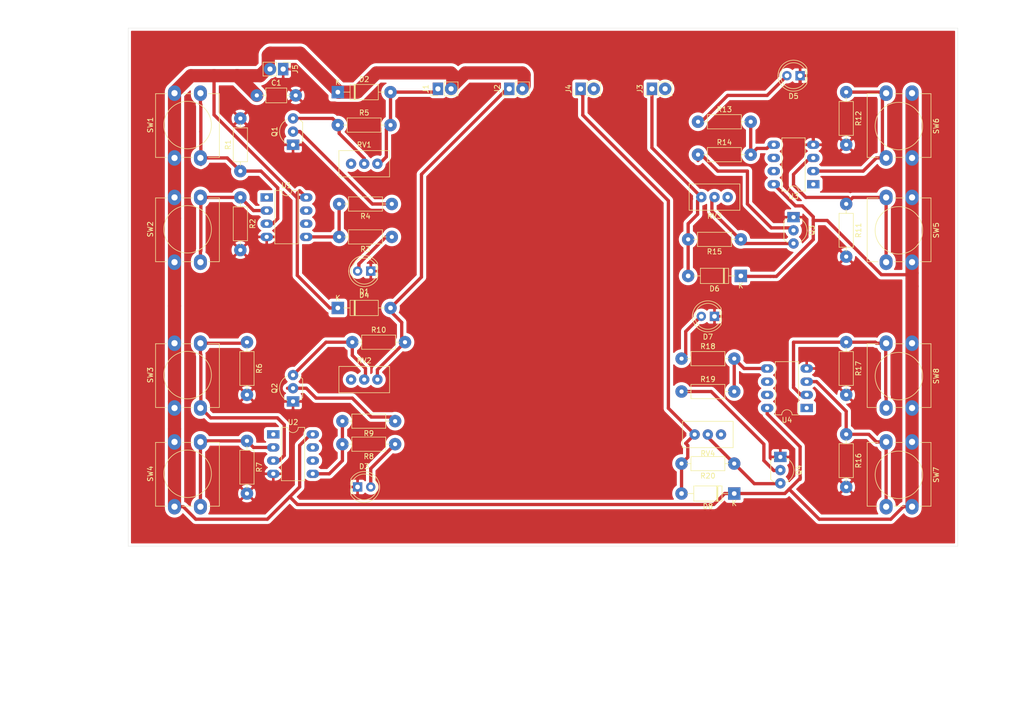
<source format=kicad_pcb>
(kicad_pcb (version 20171130) (host pcbnew "(5.1.4)-1")
  (layers (0 F.Cu signal) (31 B.Cu signal) (34 B.Paste user) (35 F.Paste user) (36 B.SilkS user) (37 F.SilkS user) (38 B.Mask user) (39 F.Mask user) (44 Edge.Cuts user))
  (net 0 "")
  (net 1 GND)
  (net 2 +5V)
  (net 3 "Net-(D1-Pad2)")
  (net 4 "Net-(D2-Pad2)")
  (net 5 "Net-(D3-Pad2)")
  (net 6 "Net-(D4-Pad2)")
  (net 7 "Net-(D5-Pad2)")
  (net 8 "Net-(D6-Pad2)")
  (net 9 "Net-(D7-Pad2)")
  (net 10 "Net-(D8-Pad2)")
  (net 11 "Net-(Q1-Pad3)")
  (net 12 "Net-(Q1-Pad2)")
  (net 13 "Net-(Q2-Pad3)")
  (net 14 "Net-(Q2-Pad2)")
  (net 15 "Net-(Q3-Pad3)")
  (net 16 "Net-(Q3-Pad2)")
  (net 17 "Net-(Q4-Pad3)")
  (net 18 "Net-(Q4-Pad2)")
  (net 19 "Net-(R1-Pad1)")
  (net 20 "Net-(R2-Pad1)")
  (net 21 "Net-(R11-Pad1)")
  (net 22 "Net-(R12-Pad1)")
  (net 23 "Net-(R16-Pad1)")
  (net 24 "Net-(RV1-Pad3)")
  (net 25 "Net-(RV2-Pad3)")
  (net 26 "Net-(RV3-Pad3)")
  (net 27 "Net-(RV4-Pad3)")
  (net 28 "Net-(U1-Pad7)")
  (net 29 "Net-(U1-Pad6)")
  (net 30 "Net-(U1-Pad1)")
  (net 31 "Net-(U2-Pad7)")
  (net 32 "Net-(U2-Pad6)")
  (net 33 "Net-(U2-Pad1)")
  (net 34 "Net-(U3-Pad7)")
  (net 35 "Net-(U3-Pad6)")
  (net 36 "Net-(U3-Pad1)")
  (net 37 "Net-(U4-Pad7)")
  (net 38 "Net-(U4-Pad6)")
  (net 39 "Net-(U4-Pad1)")
  (net 40 "Net-(R3-Pad2)")
  (net 41 "Net-(R6-Pad1)")
  (net 42 "Net-(R7-Pad1)")
  (net 43 "Net-(R8-Pad2)")
  (net 44 "Net-(R13-Pad2)")
  (net 45 "Net-(R17-Pad1)")
  (net 46 "Net-(R18-Pad2)")
  (module william_custom:PinHeader_1x02_P2.54mm_Vertical_BIG (layer F.Cu) (at 122.555 45.085 270)
    (fp_text reference J5 (at 0 -2.33 270) (layer F.SilkS))
    (fp_text value Conn_01x02_Male)
    (pad 1 thru_hole rect (at 0 0 270) (size 2.4 2) (drill 1) (layers *.Cu *.Mask) (net 1 GND))
    (pad 2 thru_hole oval (at 0 2.54 270) (size 2.4 2.4) (drill 1) (layers *.Cu *.Mask) (net 2 +5V))
  )
  (module william_custom:PinHeader_1x02_P2.54mm_Vertical_BIG (layer F.Cu) (at 179.916666 48.895 90)
    (fp_text reference J4 (at 0 -2.33 -90) (layer F.SilkS))
    (fp_text value "motor4 out")
    (pad 1 thru_hole rect (at 0 0 90) (size 2.4 2) (drill 1) (layers *.Cu *.Mask) (net 10 "Net-(D8-Pad2)"))
    (pad 2 thru_hole oval (at 0 2.54 90) (size 2.4 2.4) (drill 1) (layers *.Cu *.Mask) (net 2 +5V))
  )
  (module william_custom:PinHeader_1x02_P2.54mm_Vertical_BIG (layer F.Cu) (at 193.675 48.895 90)
    (fp_text reference J3 (at 0 -2.33 -90) (layer F.SilkS))
    (fp_text value "motor3 out")
    (pad 1 thru_hole rect (at 0 0 90) (size 2.4 2) (drill 1) (layers *.Cu *.Mask) (net 8 "Net-(D6-Pad2)"))
    (pad 2 thru_hole oval (at 0 2.54 90) (size 2.4 2.4) (drill 1) (layers *.Cu *.Mask) (net 2 +5V))
  )
  (module william_custom:PinHeader_1x02_P2.54mm_Vertical_BIG (layer F.Cu) (at 166.158333 48.895 90)
    (fp_text reference J2 (at 0 -2.33 -90) (layer F.SilkS))
    (fp_text value "motor2 out")
    (pad 1 thru_hole rect (at 0 0 90) (size 2.4 2) (drill 1) (layers *.Cu *.Mask) (net 6 "Net-(D4-Pad2)"))
    (pad 2 thru_hole oval (at 0 2.54 90) (size 2.4 2.4) (drill 1) (layers *.Cu *.Mask) (net 2 +5V))
  )
  (module william_custom:PinHeader_1x02_P2.54mm_Vertical_BIG (layer F.Cu) (at 152.4 48.895 90)
    (fp_text reference J1 (at 0 -2.33 -90) (layer F.SilkS))
    (fp_text value "motor1 out")
    (pad 1 thru_hole rect (at 0 0 90) (size 2.4 2) (drill 1) (layers *.Cu *.Mask) (net 4 "Net-(D2-Pad2)"))
    (pad 2 thru_hole oval (at 0 2.54 90) (size 2.4 2.4) (drill 1) (layers *.Cu *.Mask) (net 2 +5V))
  )
  (module william_custom:TO-92_Inline_Wide_BIG (layer F.Cu) (at 218.44 119.938802 270)
    (fp_text reference Q4 (at 2.54 -3.56 90) (layer F.SilkS))
    (fp_text value 2N3904)
    (pad 2 thru_hole circle (at 2.54 0) (size 2 2) (drill 0.8) (layers *.Cu *.Mask) (net 18 "Net-(Q4-Pad2)"))
    (pad 3 thru_hole circle (at 5.08 0) (size 2 2) (drill 0.8) (layers *.Cu *.Mask) (net 17 "Net-(Q4-Pad3)"))
    (pad 1 thru_hole rect (at 0 0) (size 2.4 2) (drill 0.8) (layers *.Cu *.Mask) (net 1 GND))
  )
  (module william_custom:TO-92_Inline_Wide_BIG (layer F.Cu) (at 220.980001 73.66 270)
    (fp_text reference Q3 (at 2.54 -3.56 90) (layer F.SilkS))
    (fp_text value 2N3904)
    (pad 2 thru_hole circle (at 2.54 0) (size 2 2) (drill 0.8) (layers *.Cu *.Mask) (net 16 "Net-(Q3-Pad2)"))
    (pad 3 thru_hole circle (at 5.08 0) (size 2 2) (drill 0.8) (layers *.Cu *.Mask) (net 15 "Net-(Q3-Pad3)"))
    (pad 1 thru_hole rect (at 0 0) (size 2.4 2) (drill 0.8) (layers *.Cu *.Mask) (net 1 GND))
  )
  (module william_custom:TO-92_Inline_Wide_BIG (layer F.Cu) (at 124.46 109.22 90)
    (fp_text reference Q2 (at 2.54 -3.56 90) (layer F.SilkS))
    (fp_text value 2N3904)
    (pad 2 thru_hole circle (at 2.54 0 180) (size 2 2) (drill 0.8) (layers *.Cu *.Mask) (net 14 "Net-(Q2-Pad2)"))
    (pad 3 thru_hole circle (at 5.08 0 180) (size 2 2) (drill 0.8) (layers *.Cu *.Mask) (net 13 "Net-(Q2-Pad3)"))
    (pad 1 thru_hole rect (at 0 0 180) (size 2.4 2) (drill 0.8) (layers *.Cu *.Mask) (net 1 GND))
  )
  (module william_custom:TO-92_Inline_Wide_BIG (layer F.Cu) (at 124.46 59.69 90)
    (fp_text reference Q1 (at 2.54 -3.56 90) (layer F.SilkS))
    (fp_text value 2N3904)
    (pad 2 thru_hole circle (at 2.54 0 180) (size 2 2) (drill 0.8) (layers *.Cu *.Mask) (net 12 "Net-(Q1-Pad2)"))
    (pad 3 thru_hole circle (at 5.08 0 180) (size 2 2) (drill 0.8) (layers *.Cu *.Mask) (net 11 "Net-(Q1-Pad3)"))
    (pad 1 thru_hole rect (at 0 0 180) (size 2.4 2) (drill 0.8) (layers *.Cu *.Mask) (net 1 GND))
  )
  (module william_custom:D_A-405_P10.16mm_Horizontal_BIG (layer F.Cu) (at 209.545 127 180)
    (fp_text reference D8 (at 5.08 -2.47) (layer F.SilkS))
    (fp_text value 1n4841)
    (fp_text user K (at 0 -1.9) (layer F.SilkS))
    (pad 1 thru_hole rect (at 0 0 180) (size 2.4 2.4) (drill 0.9) (layers *.Cu *.Mask) (net 2 +5V))
    (pad 2 thru_hole oval (at 10.16 0 180) (size 2.4 2.4) (drill 0.9) (layers *.Cu *.Mask) (net 10 "Net-(D8-Pad2)"))
  )
  (module LED_THT:LED_D5.0mm (layer F.Cu) (at 205.74 92.80091 180)
    (fp_text reference D7 (at 1.27 -3.96) (layer F.SilkS))
    (fp_text value LED)
    (pad 2 thru_hole circle (at 2.54 0 180) (size 1.8 1.8) (drill 0.9) (layers *.Cu *.Mask) (net 9 "Net-(D7-Pad2)"))
    (pad 1 thru_hole rect (at 0 0 180) (size 1.8 1.8) (drill 0.9) (layers *.Cu *.Mask) (net 1 GND))
  )
  (module william_custom:D_A-405_P10.16mm_Horizontal_BIG (layer F.Cu) (at 210.82 84.999092 180)
    (fp_text reference D6 (at 5.08 -2.47) (layer F.SilkS))
    (fp_text value 1n4841)
    (fp_text user K (at 0 -1.9) (layer F.SilkS))
    (pad 1 thru_hole rect (at 0 0 180) (size 2.4 2.4) (drill 0.9) (layers *.Cu *.Mask) (net 2 +5V))
    (pad 2 thru_hole oval (at 10.16 0 180) (size 2.4 2.4) (drill 0.9) (layers *.Cu *.Mask) (net 8 "Net-(D6-Pad2)"))
  )
  (module LED_THT:LED_D5.0mm (layer F.Cu) (at 222.25 46.355002 180)
    (fp_text reference D5 (at 1.27 -3.96) (layer F.SilkS))
    (fp_text value LED)
    (pad 2 thru_hole circle (at 2.54 0 180) (size 1.8 1.8) (drill 0.9) (layers *.Cu *.Mask) (net 7 "Net-(D5-Pad2)"))
    (pad 1 thru_hole rect (at 0 0 180) (size 1.8 1.8) (drill 0.9) (layers *.Cu *.Mask) (net 1 GND))
  )
  (module william_custom:D_A-405_P10.16mm_Horizontal_BIG (layer F.Cu) (at 133.1 91.18454)
    (fp_text reference D4 (at 5.08 -2.47) (layer F.SilkS))
    (fp_text value 1n4841)
    (fp_text user K (at 0 -1.9) (layer F.SilkS))
    (pad 1 thru_hole rect (at 0 0) (size 2.4 2.4) (drill 0.9) (layers *.Cu *.Mask) (net 2 +5V))
    (pad 2 thru_hole oval (at 10.16 0) (size 2.4 2.4) (drill 0.9) (layers *.Cu *.Mask) (net 6 "Net-(D4-Pad2)"))
  )
  (module LED_THT:LED_D5.0mm (layer F.Cu) (at 136.905 125.73)
    (fp_text reference D3 (at 1.27 -3.96) (layer F.SilkS))
    (fp_text value LED)
    (pad 2 thru_hole circle (at 2.54 0) (size 1.8 1.8) (drill 0.9) (layers *.Cu *.Mask) (net 5 "Net-(D3-Pad2)"))
    (pad 1 thru_hole rect (at 0 0) (size 1.8 1.8) (drill 0.9) (layers *.Cu *.Mask) (net 1 GND))
  )
  (module william_custom:D_A-405_P10.16mm_Horizontal_BIG (layer F.Cu) (at 133.1 49.53)
    (fp_text reference D2 (at 5.08 -2.47) (layer F.SilkS))
    (fp_text value 1n4841)
    (fp_text user K (at 0 -1.9) (layer F.SilkS))
    (pad 1 thru_hole rect (at 0 0) (size 2.4 2.4) (drill 0.9) (layers *.Cu *.Mask) (net 2 +5V))
    (pad 2 thru_hole oval (at 10.16 0) (size 2.4 2.4) (drill 0.9) (layers *.Cu *.Mask) (net 4 "Net-(D2-Pad2)"))
  )
  (module LED_THT:LED_D5.0mm (layer F.Cu) (at 139.455 84.07545 180)
    (fp_text reference D1 (at 1.27 -3.96) (layer F.SilkS))
    (fp_text value LED)
    (pad 2 thru_hole circle (at 2.54 0 180) (size 1.8 1.8) (drill 0.9) (layers *.Cu *.Mask) (net 3 "Net-(D1-Pad2)"))
    (pad 1 thru_hole rect (at 0 0 180) (size 1.8 1.8) (drill 0.9) (layers *.Cu *.Mask) (net 1 GND))
  )
  (module william_custom:C_Axial_L3.8mm_D2.6mm_P7.50mm_Horizontal_BIG (layer F.Cu) (at 117.475 50.165)
    (fp_text reference C1 (at 3.75 -2.42) (layer F.SilkS))
    (fp_text value 470u)
    (pad 1 thru_hole circle (at 0 0) (size 2.4 2.4) (drill 0.8) (layers *.Cu *.Mask) (net 2 +5V))
    (pad 2 thru_hole circle (at 7.5 0) (size 2.4 2.4) (drill 0.8) (layers *.Cu *.Mask) (net 1 GND))
  )
  (module william_custom:Potentiometer_Bourns_3296W_Vertical_BIG (layer F.Cu) (at 201.915 115.606364 180)
    (fp_text reference RV4 (at -2.54 -3.66 180) (layer F.SilkS))
    (fp_text value 1k)
    (pad 1 thru_hole circle (at 0 0 180) (size 2 2) (drill 0.8) (layers *.Cu *.Mask) (net 10 "Net-(D8-Pad2)"))
    (pad 2 thru_hole circle (at -2.54 0 180) (size 2 2) (drill 0.8) (layers *.Cu *.Mask) (net 17 "Net-(Q4-Pad3)"))
    (pad 3 thru_hole circle (at -5.08 0 180) (size 2 2) (drill 0.8) (layers *.Cu *.Mask) (net 27 "Net-(RV4-Pad3)"))
  )
  (module william_custom:Potentiometer_Bourns_3296W_Vertical_BIG (layer F.Cu) (at 203.199999 69.795456 180)
    (fp_text reference RV3 (at -2.54 -3.66 180) (layer F.SilkS))
    (fp_text value 1k)
    (pad 1 thru_hole circle (at 0 0 180) (size 2 2) (drill 0.8) (layers *.Cu *.Mask) (net 8 "Net-(D6-Pad2)"))
    (pad 2 thru_hole circle (at -2.54 0 180) (size 2 2) (drill 0.8) (layers *.Cu *.Mask) (net 15 "Net-(Q3-Pad3)"))
    (pad 3 thru_hole circle (at -5.08 0 180) (size 2 2) (drill 0.8) (layers *.Cu *.Mask) (net 26 "Net-(RV3-Pad3)"))
  )
  (module william_custom:Potentiometer_Bourns_3296W_Vertical_BIG (layer F.Cu) (at 140.73 105.00272)
    (fp_text reference RV2 (at -2.54 -3.66 -180) (layer F.SilkS))
    (fp_text value 1k)
    (pad 1 thru_hole circle (at 0 0) (size 2 2) (drill 0.8) (layers *.Cu *.Mask) (net 6 "Net-(D4-Pad2)"))
    (pad 2 thru_hole circle (at -2.54 0) (size 2 2) (drill 0.8) (layers *.Cu *.Mask) (net 13 "Net-(Q2-Pad3)"))
    (pad 3 thru_hole circle (at -5.08 0) (size 2 2) (drill 0.8) (layers *.Cu *.Mask) (net 25 "Net-(RV2-Pad3)"))
  )
  (module william_custom:Potentiometer_Bourns_3296W_Vertical_BIG (layer F.Cu) (at 140.73 63.34818)
    (fp_text reference RV1 (at -2.54 -3.66 -180) (layer F.SilkS))
    (fp_text value 1k)
    (pad 1 thru_hole circle (at 0 0) (size 2 2) (drill 0.8) (layers *.Cu *.Mask) (net 4 "Net-(D2-Pad2)"))
    (pad 2 thru_hole circle (at -2.54 0) (size 2 2) (drill 0.8) (layers *.Cu *.Mask) (net 11 "Net-(Q1-Pad3)"))
    (pad 3 thru_hole circle (at -5.08 0) (size 2 2) (drill 0.8) (layers *.Cu *.Mask) (net 24 "Net-(RV1-Pad3)"))
  )
  (module Package_DIP:DIP-8_W7.62mm_LongPads (layer F.Cu) (at 223.52 110.49 180)
    (fp_text reference U4 (at 3.81 -2.33) (layer F.SilkS))
    (fp_text value ATtiny85-20PU)
    (pad 8 thru_hole oval (at 7.62 0 180) (size 2.4 1.6) (drill 0.8) (layers *.Cu *.Mask) (net 2 +5V))
    (pad 4 thru_hole oval (at 0 7.62 180) (size 2.4 1.6) (drill 0.8) (layers *.Cu *.Mask) (net 1 GND))
    (pad 7 thru_hole oval (at 7.62 2.54 180) (size 2.4 1.6) (drill 0.8) (layers *.Cu *.Mask) (net 37 "Net-(U4-Pad7)"))
    (pad 3 thru_hole oval (at 0 5.08 180) (size 2.4 1.6) (drill 0.8) (layers *.Cu *.Mask) (net 23 "Net-(R16-Pad1)"))
    (pad 6 thru_hole oval (at 7.62 5.08 180) (size 2.4 1.6) (drill 0.8) (layers *.Cu *.Mask) (net 38 "Net-(U4-Pad6)"))
    (pad 2 thru_hole oval (at 0 2.54 180) (size 2.4 1.6) (drill 0.8) (layers *.Cu *.Mask) (net 45 "Net-(R17-Pad1)"))
    (pad 5 thru_hole oval (at 7.62 7.62 180) (size 2.4 1.6) (drill 0.8) (layers *.Cu *.Mask) (net 46 "Net-(R18-Pad2)"))
    (pad 1 thru_hole rect (at 0 0 180) (size 2.4 1.6) (drill 0.8) (layers *.Cu *.Mask) (net 39 "Net-(U4-Pad1)"))
  )
  (module Package_DIP:DIP-8_W7.62mm_LongPads (layer F.Cu) (at 224.789999 67.309999 180)
    (fp_text reference U3 (at 3.81 -2.33) (layer F.SilkS))
    (fp_text value ATtiny85-20PU)
    (pad 8 thru_hole oval (at 7.62 0 180) (size 2.4 1.6) (drill 0.8) (layers *.Cu *.Mask) (net 2 +5V))
    (pad 4 thru_hole oval (at 0 7.62 180) (size 2.4 1.6) (drill 0.8) (layers *.Cu *.Mask) (net 1 GND))
    (pad 7 thru_hole oval (at 7.62 2.54 180) (size 2.4 1.6) (drill 0.8) (layers *.Cu *.Mask) (net 34 "Net-(U3-Pad7)"))
    (pad 3 thru_hole oval (at 0 5.08 180) (size 2.4 1.6) (drill 0.8) (layers *.Cu *.Mask) (net 21 "Net-(R11-Pad1)"))
    (pad 6 thru_hole oval (at 7.62 5.08 180) (size 2.4 1.6) (drill 0.8) (layers *.Cu *.Mask) (net 35 "Net-(U3-Pad6)"))
    (pad 2 thru_hole oval (at 0 2.54 180) (size 2.4 1.6) (drill 0.8) (layers *.Cu *.Mask) (net 22 "Net-(R12-Pad1)"))
    (pad 5 thru_hole oval (at 7.62 7.62 180) (size 2.4 1.6) (drill 0.8) (layers *.Cu *.Mask) (net 44 "Net-(R13-Pad2)"))
    (pad 1 thru_hole rect (at 0 0 180) (size 2.4 1.6) (drill 0.8) (layers *.Cu *.Mask) (net 36 "Net-(U3-Pad1)"))
  )
  (module Package_DIP:DIP-8_W7.62mm_LongPads (layer F.Cu) (at 120.65 115.57)
    (fp_text reference U2 (at 3.81 -2.33) (layer F.SilkS))
    (fp_text value ATtiny85-20PU)
    (pad 8 thru_hole oval (at 7.62 0) (size 2.4 1.6) (drill 0.8) (layers *.Cu *.Mask) (net 2 +5V))
    (pad 4 thru_hole oval (at 0 7.62) (size 2.4 1.6) (drill 0.8) (layers *.Cu *.Mask) (net 1 GND))
    (pad 7 thru_hole oval (at 7.62 2.54) (size 2.4 1.6) (drill 0.8) (layers *.Cu *.Mask) (net 31 "Net-(U2-Pad7)"))
    (pad 3 thru_hole oval (at 0 5.08) (size 2.4 1.6) (drill 0.8) (layers *.Cu *.Mask) (net 41 "Net-(R6-Pad1)"))
    (pad 6 thru_hole oval (at 7.62 5.08) (size 2.4 1.6) (drill 0.8) (layers *.Cu *.Mask) (net 32 "Net-(U2-Pad6)"))
    (pad 2 thru_hole oval (at 0 2.54) (size 2.4 1.6) (drill 0.8) (layers *.Cu *.Mask) (net 42 "Net-(R7-Pad1)"))
    (pad 5 thru_hole oval (at 7.62 7.62) (size 2.4 1.6) (drill 0.8) (layers *.Cu *.Mask) (net 43 "Net-(R8-Pad2)"))
    (pad 1 thru_hole rect (at 0 0) (size 2.4 1.6) (drill 0.8) (layers *.Cu *.Mask) (net 33 "Net-(U2-Pad1)"))
  )
  (module Package_DIP:DIP-8_W7.62mm_LongPads (layer F.Cu) (at 119.38 69.85)
    (fp_text reference U1 (at 3.81 -2.33) (layer F.SilkS))
    (fp_text value ATtiny85-20PU)
    (pad 8 thru_hole oval (at 7.62 0) (size 2.4 1.6) (drill 0.8) (layers *.Cu *.Mask) (net 2 +5V))
    (pad 4 thru_hole oval (at 0 7.62) (size 2.4 1.6) (drill 0.8) (layers *.Cu *.Mask) (net 1 GND))
    (pad 7 thru_hole oval (at 7.62 2.54) (size 2.4 1.6) (drill 0.8) (layers *.Cu *.Mask) (net 28 "Net-(U1-Pad7)"))
    (pad 3 thru_hole oval (at 0 5.08) (size 2.4 1.6) (drill 0.8) (layers *.Cu *.Mask) (net 19 "Net-(R1-Pad1)"))
    (pad 6 thru_hole oval (at 7.62 5.08) (size 2.4 1.6) (drill 0.8) (layers *.Cu *.Mask) (net 29 "Net-(U1-Pad6)"))
    (pad 2 thru_hole oval (at 0 2.54) (size 2.4 1.6) (drill 0.8) (layers *.Cu *.Mask) (net 20 "Net-(R2-Pad1)"))
    (pad 5 thru_hole oval (at 7.62 7.62) (size 2.4 1.6) (drill 0.8) (layers *.Cu *.Mask) (net 40 "Net-(R3-Pad2)"))
    (pad 1 thru_hole rect (at 0 0) (size 2.4 1.6) (drill 0.8) (layers *.Cu *.Mask) (net 30 "Net-(U1-Pad1)"))
  )
  (module william_custom:R_Axial_DIN0207_L6.3mm_D2.5mm_P10.16mm_Horizontal_BIG (layer F.Cu) (at 209.544999 121.218182 180)
    (fp_text reference R20 (at 5.08 -2.37) (layer F.SilkS))
    (fp_text value 120)
    (pad 1 thru_hole circle (at 0 0 180) (size 2.4 2.4) (drill 0.8) (layers *.Cu *.Mask) (net 17 "Net-(Q4-Pad3)"))
    (pad 2 thru_hole circle (at 10.16 0 180) (size 2.4 2.4) (drill 0.8) (layers *.Cu *.Mask) (net 10 "Net-(D8-Pad2)"))
  )
  (module william_custom:R_Axial_DIN0207_L6.3mm_D2.5mm_P10.16mm_Horizontal_BIG (layer F.Cu) (at 199.39 107.315)
    (fp_text reference R19 (at 5.08 -2.37) (layer F.SilkS))
    (fp_text value 1k)
    (pad 1 thru_hole circle (at 0 0) (size 2.4 2.4) (drill 0.8) (layers *.Cu *.Mask) (net 18 "Net-(Q4-Pad2)"))
    (pad 2 thru_hole circle (at 10.16 0) (size 2.4 2.4) (drill 0.8) (layers *.Cu *.Mask) (net 46 "Net-(R18-Pad2)"))
  )
  (module william_custom:R_Axial_DIN0207_L6.3mm_D2.5mm_P10.16mm_Horizontal_BIG (layer F.Cu) (at 199.39 100.965)
    (fp_text reference R18 (at 5.08 -2.37) (layer F.SilkS))
    (fp_text value 1k)
    (pad 1 thru_hole circle (at 0 0) (size 2.4 2.4) (drill 0.8) (layers *.Cu *.Mask) (net 9 "Net-(D7-Pad2)"))
    (pad 2 thru_hole circle (at 10.16 0) (size 2.4 2.4) (drill 0.8) (layers *.Cu *.Mask) (net 46 "Net-(R18-Pad2)"))
  )
  (module william_custom:R_Axial_DIN0207_L6.3mm_D2.5mm_P10.16mm_Horizontal_BIG (layer F.Cu) (at 231.14 97.789998 270)
    (fp_text reference R17 (at 5.08 -2.37 90) (layer F.SilkS))
    (fp_text value 10k)
    (pad 1 thru_hole circle (at 0 0 270) (size 2.4 2.4) (drill 0.8) (layers *.Cu *.Mask) (net 45 "Net-(R17-Pad1)"))
    (pad 2 thru_hole circle (at 10.16 0 270) (size 2.4 2.4) (drill 0.8) (layers *.Cu *.Mask) (net 1 GND))
  )
  (module william_custom:R_Axial_DIN0207_L6.3mm_D2.5mm_P10.16mm_Horizontal_BIG (layer F.Cu) (at 231.14 115.569999 270)
    (fp_text reference R16 (at 5.08 -2.37 90) (layer F.SilkS))
    (fp_text value 10k)
    (pad 1 thru_hole circle (at 0 0 270) (size 2.4 2.4) (drill 0.8) (layers *.Cu *.Mask) (net 23 "Net-(R16-Pad1)"))
    (pad 2 thru_hole circle (at 10.16 0 270) (size 2.4 2.4) (drill 0.8) (layers *.Cu *.Mask) (net 1 GND))
  )
  (module william_custom:R_Axial_DIN0207_L6.3mm_D2.5mm_P10.16mm_Horizontal_BIG (layer F.Cu) (at 210.82 77.947274 180)
    (fp_text reference R15 (at 5.08 -2.37) (layer F.SilkS))
    (fp_text value 120)
    (pad 1 thru_hole circle (at 0 0 180) (size 2.4 2.4) (drill 0.8) (layers *.Cu *.Mask) (net 15 "Net-(Q3-Pad3)"))
    (pad 2 thru_hole circle (at 10.16 0 180) (size 2.4 2.4) (drill 0.8) (layers *.Cu *.Mask) (net 8 "Net-(D6-Pad2)"))
  )
  (module william_custom:R_Axial_DIN0207_L6.3mm_D2.5mm_P10.16mm_Horizontal_BIG (layer F.Cu) (at 202.565 61.595)
    (fp_text reference R14 (at 5.08 -2.37) (layer F.SilkS))
    (fp_text value 1k)
    (pad 1 thru_hole circle (at 0 0) (size 2.4 2.4) (drill 0.8) (layers *.Cu *.Mask) (net 16 "Net-(Q3-Pad2)"))
    (pad 2 thru_hole circle (at 10.16 0) (size 2.4 2.4) (drill 0.8) (layers *.Cu *.Mask) (net 44 "Net-(R13-Pad2)"))
  )
  (module william_custom:R_Axial_DIN0207_L6.3mm_D2.5mm_P10.16mm_Horizontal_BIG (layer F.Cu) (at 202.565 55.245)
    (fp_text reference R13 (at 5.08 -2.37) (layer F.SilkS))
    (fp_text value 1k)
    (pad 1 thru_hole circle (at 0 0) (size 2.4 2.4) (drill 0.8) (layers *.Cu *.Mask) (net 7 "Net-(D5-Pad2)"))
    (pad 2 thru_hole circle (at 10.16 0) (size 2.4 2.4) (drill 0.8) (layers *.Cu *.Mask) (net 44 "Net-(R13-Pad2)"))
  )
  (module william_custom:R_Axial_DIN0207_L6.3mm_D2.5mm_P10.16mm_Horizontal_BIG (layer F.Cu) (at 231.14 49.53 270)
    (fp_text reference R12 (at 5.08 -2.37 90) (layer F.SilkS))
    (fp_text value 10k)
    (pad 1 thru_hole circle (at 0 0 270) (size 2.4 2.4) (drill 0.8) (layers *.Cu *.Mask) (net 22 "Net-(R12-Pad1)"))
    (pad 2 thru_hole circle (at 10.16 0 270) (size 2.4 2.4) (drill 0.8) (layers *.Cu *.Mask) (net 1 GND))
  )
  (module william_custom:R_Axial_DIN0207_L6.3mm_D2.5mm_P10.16mm_Horizontal_BIG (layer F.Cu) (at 231.14 71.12 270)
    (fp_text reference R11 (at 5.08 -2.37 90) (layer F.SilkS))
    (fp_text value 10k)
    (pad 1 thru_hole circle (at 0 0 270) (size 2.4 2.4) (drill 0.8) (layers *.Cu *.Mask) (net 21 "Net-(R11-Pad1)"))
    (pad 2 thru_hole circle (at 10.16 0 270) (size 2.4 2.4) (drill 0.8) (layers *.Cu *.Mask) (net 1 GND))
  )
  (module william_custom:R_Axial_DIN0207_L6.3mm_D2.5mm_P10.16mm_Horizontal_BIG (layer F.Cu) (at 135.89 97.79)
    (fp_text reference R10 (at 5.08 -2.37) (layer F.SilkS))
    (fp_text value 120)
    (pad 1 thru_hole circle (at 0 0) (size 2.4 2.4) (drill 0.8) (layers *.Cu *.Mask) (net 13 "Net-(Q2-Pad3)"))
    (pad 2 thru_hole circle (at 10.16 0) (size 2.4 2.4) (drill 0.8) (layers *.Cu *.Mask) (net 6 "Net-(D4-Pad2)"))
  )
  (module william_custom:R_Axial_DIN0207_L6.3mm_D2.5mm_P10.16mm_Horizontal_BIG (layer F.Cu) (at 144.145 113.03 180)
    (fp_text reference R9 (at 5.08 -2.37) (layer F.SilkS))
    (fp_text value 1k)
    (pad 1 thru_hole circle (at 0 0 180) (size 2.4 2.4) (drill 0.8) (layers *.Cu *.Mask) (net 14 "Net-(Q2-Pad2)"))
    (pad 2 thru_hole circle (at 10.16 0 180) (size 2.4 2.4) (drill 0.8) (layers *.Cu *.Mask) (net 43 "Net-(R8-Pad2)"))
  )
  (module william_custom:R_Axial_DIN0207_L6.3mm_D2.5mm_P10.16mm_Horizontal_BIG (layer F.Cu) (at 144.145 117.475 180)
    (fp_text reference R8 (at 5.08 -2.37) (layer F.SilkS))
    (fp_text value 1k)
    (pad 1 thru_hole circle (at 0 0 180) (size 2.4 2.4) (drill 0.8) (layers *.Cu *.Mask) (net 5 "Net-(D3-Pad2)"))
    (pad 2 thru_hole circle (at 10.16 0 180) (size 2.4 2.4) (drill 0.8) (layers *.Cu *.Mask) (net 43 "Net-(R8-Pad2)"))
  )
  (module william_custom:R_Axial_DIN0207_L6.3mm_D2.5mm_P10.16mm_Horizontal_BIG (layer F.Cu) (at 115.57 116.84 270)
    (fp_text reference R7 (at 5.08 -2.37 90) (layer F.SilkS))
    (fp_text value 10k)
    (pad 1 thru_hole circle (at 0 0 270) (size 2.4 2.4) (drill 0.8) (layers *.Cu *.Mask) (net 42 "Net-(R7-Pad1)"))
    (pad 2 thru_hole circle (at 10.16 0 270) (size 2.4 2.4) (drill 0.8) (layers *.Cu *.Mask) (net 1 GND))
  )
  (module william_custom:R_Axial_DIN0207_L6.3mm_D2.5mm_P10.16mm_Horizontal_BIG (layer F.Cu) (at 115.57 97.79 270)
    (fp_text reference R6 (at 5.08 -2.37 90) (layer F.SilkS))
    (fp_text value 10k)
    (pad 1 thru_hole circle (at 0 0 270) (size 2.4 2.4) (drill 0.8) (layers *.Cu *.Mask) (net 41 "Net-(R6-Pad1)"))
    (pad 2 thru_hole circle (at 10.16 0 270) (size 2.4 2.4) (drill 0.8) (layers *.Cu *.Mask) (net 1 GND))
  )
  (module william_custom:R_Axial_DIN0207_L6.3mm_D2.5mm_P10.16mm_Horizontal_BIG (layer F.Cu) (at 133.1 55.88909)
    (fp_text reference R5 (at 5.08 -2.37) (layer F.SilkS))
    (fp_text value 120)
    (pad 1 thru_hole circle (at 0 0) (size 2.4 2.4) (drill 0.8) (layers *.Cu *.Mask) (net 11 "Net-(Q1-Pad3)"))
    (pad 2 thru_hole circle (at 10.16 0) (size 2.4 2.4) (drill 0.8) (layers *.Cu *.Mask) (net 4 "Net-(D2-Pad2)"))
  )
  (module william_custom:R_Axial_DIN0207_L6.3mm_D2.5mm_P10.16mm_Horizontal_BIG (layer F.Cu) (at 143.51 71.12 180)
    (fp_text reference R4 (at 5.08 -2.37) (layer F.SilkS))
    (fp_text value 1k)
    (pad 1 thru_hole circle (at 0 0 180) (size 2.4 2.4) (drill 0.8) (layers *.Cu *.Mask) (net 12 "Net-(Q1-Pad2)"))
    (pad 2 thru_hole circle (at 10.16 0 180) (size 2.4 2.4) (drill 0.8) (layers *.Cu *.Mask) (net 40 "Net-(R3-Pad2)"))
  )
  (module william_custom:R_Axial_DIN0207_L6.3mm_D2.5mm_P10.16mm_Horizontal_BIG (layer F.Cu) (at 143.51 77.47 180)
    (fp_text reference R3 (at 5.08 -2.37) (layer F.SilkS))
    (fp_text value 1k)
    (pad 1 thru_hole circle (at 0 0 180) (size 2.4 2.4) (drill 0.8) (layers *.Cu *.Mask) (net 3 "Net-(D1-Pad2)"))
    (pad 2 thru_hole circle (at 10.16 0 180) (size 2.4 2.4) (drill 0.8) (layers *.Cu *.Mask) (net 40 "Net-(R3-Pad2)"))
  )
  (module william_custom:R_Axial_DIN0207_L6.3mm_D2.5mm_P10.16mm_Horizontal_BIG (layer F.Cu) (at 114.3 69.85 270)
    (fp_text reference R2 (at 5.08 -2.37 90) (layer F.SilkS))
    (fp_text value 10k)
    (pad 1 thru_hole circle (at 0 0 270) (size 2.4 2.4) (drill 0.8) (layers *.Cu *.Mask) (net 20 "Net-(R2-Pad1)"))
    (pad 2 thru_hole circle (at 10.16 0 270) (size 2.4 2.4) (drill 0.8) (layers *.Cu *.Mask) (net 1 GND))
  )
  (module william_custom:R_Axial_DIN0207_L6.3mm_D2.5mm_P10.16mm_Horizontal_BIG (layer F.Cu) (at 114.3 64.77 90)
    (fp_text reference R1 (at 5.08 -2.37 90) (layer F.SilkS))
    (fp_text value 10k)
    (pad 1 thru_hole circle (at 0 0 90) (size 2.4 2.4) (drill 0.8) (layers *.Cu *.Mask) (net 19 "Net-(R1-Pad1)"))
    (pad 2 thru_hole circle (at 10.16 0 90) (size 2.4 2.4) (drill 0.8) (layers *.Cu *.Mask) (net 1 GND))
  )
  (module Button_Switch_THT:SW_PUSH-12mm_Wuerth-430476085716 (layer F.Cu) (at 101.6 110.49 90)
    (fp_text reference SW3 (at 6.35 -4.66 90) (layer F.SilkS))
    (fp_text value SW_SPST)
    (pad 2 thru_hole oval (at 0 5 90) (size 3 2.5) (drill 1.2) (layers *.Cu *.Mask) (net 41 "Net-(R6-Pad1)"))
    (pad 1 thru_hole oval (at 0 0 90) (size 3 2.5) (drill 1.2) (layers *.Cu *.Mask) (net 2 +5V))
    (pad 2 thru_hole oval (at 12.5 5 90) (size 3 2.5) (drill 1.2) (layers *.Cu *.Mask) (net 41 "Net-(R6-Pad1)"))
    (pad 1 thru_hole oval (at 12.5 0 90) (size 3 2.5) (drill 1.2) (layers *.Cu *.Mask) (net 2 +5V))
  )
  (module Button_Switch_THT:SW_PUSH-12mm_Wuerth-430476085716 (layer F.Cu) (at 101.6 129.54 90)
    (fp_text reference SW4 (at 6.35 -4.66 90) (layer F.SilkS))
    (fp_text value SW_SPST)
    (pad 2 thru_hole oval (at 0 5 90) (size 3 2.5) (drill 1.2) (layers *.Cu *.Mask) (net 42 "Net-(R7-Pad1)"))
    (pad 1 thru_hole oval (at 0 0 90) (size 3 2.5) (drill 1.2) (layers *.Cu *.Mask) (net 2 +5V))
    (pad 2 thru_hole oval (at 12.5 5 90) (size 3 2.5) (drill 1.2) (layers *.Cu *.Mask) (net 42 "Net-(R7-Pad1)"))
    (pad 1 thru_hole oval (at 12.5 0 90) (size 3 2.5) (drill 1.2) (layers *.Cu *.Mask) (net 2 +5V))
  )
  (module Button_Switch_THT:SW_PUSH-12mm_Wuerth-430476085716 (layer F.Cu) (at 243.84 97.99 270)
    (fp_text reference SW8 (at 6.35 -4.66 90) (layer F.SilkS))
    (fp_text value SW_SPST)
    (pad 2 thru_hole oval (at 0 5 270) (size 3 2.5) (drill 1.2) (layers *.Cu *.Mask) (net 45 "Net-(R17-Pad1)"))
    (pad 1 thru_hole oval (at 0 0 270) (size 3 2.5) (drill 1.2) (layers *.Cu *.Mask) (net 2 +5V))
    (pad 2 thru_hole oval (at 12.5 5 270) (size 3 2.5) (drill 1.2) (layers *.Cu *.Mask) (net 45 "Net-(R17-Pad1)"))
    (pad 1 thru_hole oval (at 12.5 0 270) (size 3 2.5) (drill 1.2) (layers *.Cu *.Mask) (net 2 +5V))
  )
  (module Button_Switch_THT:SW_PUSH-12mm_Wuerth-430476085716 (layer F.Cu) (at 243.84 117.04 270)
    (fp_text reference SW7 (at 6.35 -4.66 90) (layer F.SilkS))
    (fp_text value SW_SPST)
    (pad 2 thru_hole oval (at 0 5 270) (size 3 2.5) (drill 1.2) (layers *.Cu *.Mask) (net 23 "Net-(R16-Pad1)"))
    (pad 1 thru_hole oval (at 0 0 270) (size 3 2.5) (drill 1.2) (layers *.Cu *.Mask) (net 2 +5V))
    (pad 2 thru_hole oval (at 12.5 5 270) (size 3 2.5) (drill 1.2) (layers *.Cu *.Mask) (net 23 "Net-(R16-Pad1)"))
    (pad 1 thru_hole oval (at 12.5 0 270) (size 3 2.5) (drill 1.2) (layers *.Cu *.Mask) (net 2 +5V))
  )
  (module Button_Switch_THT:SW_PUSH-12mm_Wuerth-430476085716 (layer F.Cu) (at 243.84 49.73 270)
    (fp_text reference SW6 (at 6.35 -4.66 90) (layer F.SilkS))
    (fp_text value SW_SPST)
    (pad 2 thru_hole oval (at 0 5 270) (size 3 2.5) (drill 1.2) (layers *.Cu *.Mask) (net 22 "Net-(R12-Pad1)"))
    (pad 1 thru_hole oval (at 0 0 270) (size 3 2.5) (drill 1.2) (layers *.Cu *.Mask) (net 2 +5V))
    (pad 2 thru_hole oval (at 12.5 5 270) (size 3 2.5) (drill 1.2) (layers *.Cu *.Mask) (net 22 "Net-(R12-Pad1)"))
    (pad 1 thru_hole oval (at 12.5 0 270) (size 3 2.5) (drill 1.2) (layers *.Cu *.Mask) (net 2 +5V))
  )
  (module Button_Switch_THT:SW_PUSH-12mm_Wuerth-430476085716 (layer F.Cu) (at 243.84 69.85 270)
    (fp_text reference SW5 (at 6.35 -4.66 90) (layer F.SilkS))
    (fp_text value SW_SPST)
    (pad 2 thru_hole oval (at 0 5 270) (size 3 2.5) (drill 1.2) (layers *.Cu *.Mask) (net 21 "Net-(R11-Pad1)"))
    (pad 1 thru_hole oval (at 0 0 270) (size 3 2.5) (drill 1.2) (layers *.Cu *.Mask) (net 2 +5V))
    (pad 2 thru_hole oval (at 12.5 5 270) (size 3 2.5) (drill 1.2) (layers *.Cu *.Mask) (net 21 "Net-(R11-Pad1)"))
    (pad 1 thru_hole oval (at 12.5 0 270) (size 3 2.5) (drill 1.2) (layers *.Cu *.Mask) (net 2 +5V))
  )
  (module Button_Switch_THT:SW_PUSH-12mm_Wuerth-430476085716 (layer F.Cu) (at 101.6 82.35 90)
    (fp_text reference SW2 (at 6.35 -4.66 90) (layer F.SilkS))
    (fp_text value SW_SPST)
    (pad 2 thru_hole oval (at 0 5 90) (size 3 2.5) (drill 1.2) (layers *.Cu *.Mask) (net 20 "Net-(R2-Pad1)"))
    (pad 1 thru_hole oval (at 0 0 90) (size 3 2.5) (drill 1.2) (layers *.Cu *.Mask) (net 2 +5V))
    (pad 2 thru_hole oval (at 12.5 5 90) (size 3 2.5) (drill 1.2) (layers *.Cu *.Mask) (net 20 "Net-(R2-Pad1)"))
    (pad 1 thru_hole oval (at 12.5 0 90) (size 3 2.5) (drill 1.2) (layers *.Cu *.Mask) (net 2 +5V))
  )
  (module Button_Switch_THT:SW_PUSH-12mm_Wuerth-430476085716 (layer F.Cu) (at 101.6 62.23 90)
    (fp_text reference SW1 (at 6.35 -4.66 90) (layer F.SilkS))
    (fp_text value SW_SPST)
    (pad 2 thru_hole oval (at 0 5 90) (size 3 2.5) (drill 1.2) (layers *.Cu *.Mask) (net 19 "Net-(R1-Pad1)"))
    (pad 1 thru_hole oval (at 0 0 90) (size 3 2.5) (drill 1.2) (layers *.Cu *.Mask) (net 2 +5V))
    (pad 2 thru_hole oval (at 12.5 5 90) (size 3 2.5) (drill 1.2) (layers *.Cu *.Mask) (net 19 "Net-(R1-Pad1)"))
    (pad 1 thru_hole oval (at 12.5 0 90) (size 3 2.5) (drill 1.2) (layers *.Cu *.Mask) (net 2 +5V))
  )
  (gr_line (start 92.67 137.16) (end 92.67 37.16) (layer Edge.Cuts) (width 0.05))
  (gr_line (start 252.67 137.16) (end 92.67 137.16) (layer Edge.Cuts) (width 0.05))
  (gr_line (start 252.67 37.16) (end 252.67 137.16) (layer Edge.Cuts) (width 0.05))
  (gr_line (start 92.67 37.16) (end 252.67 37.16) (layer Edge.Cuts) (width 0.05))
  (segment (start 222.25 47.890002) (end 224.79 50.430002) (width 0.635) (layer F.Cu) (net 1))
  (segment (start 222.25 46.355002) (end 222.25 47.890002) (width 0.635) (layer F.Cu) (net 1))
  (segment (start 224.79 50.430002) (end 224.79 59.69) (width 0.635) (layer F.Cu) (net 1))
  (segment (start 101.6 49.73) (end 101.6 62.23) (width 2.54) (layer F.Cu) (net 2))
  (segment (start 101.6 62.23) (end 101.6 69.85) (width 2.54) (layer F.Cu) (net 2))
  (segment (start 101.6 69.85) (end 101.6 73.89) (width 2.54) (layer F.Cu) (net 2))
  (segment (start 101.6 97.79) (end 101.6 109.22) (width 2.54) (layer F.Cu) (net 2))
  (segment (start 101.6 109.22) (end 101.6 110.49) (width 2.54) (layer F.Cu) (net 2))
  (segment (start 101.6 110.49) (end 101.6 114.53) (width 2.54) (layer F.Cu) (net 2))
  (segment (start 101.6 114.53) (end 101.6 129.54) (width 2.54) (layer F.Cu) (net 2))
  (segment (start 243.84 129.54) (end 243.84 125.5) (width 2.54) (layer F.Cu) (net 2))
  (segment (start 243.84 125.5) (end 243.84 110.49) (width 2.54) (layer F.Cu) (net 2))
  (segment (start 243.84 110.49) (end 243.84 97.79) (width 2.54) (layer F.Cu) (net 2))
  (segment (start 243.84 82.55) (end 243.84 71.12) (width 2.54) (layer F.Cu) (net 2))
  (segment (start 243.84 71.12) (end 243.84 62.23) (width 2.54) (layer F.Cu) (net 2))
  (segment (start 243.84 62.23) (end 243.84 49.53) (width 2.54) (layer F.Cu) (net 2))
  (segment (start 215.9 111.62137) (end 222.25 117.97137) (width 0.635) (layer F.Cu) (net 2))
  (segment (start 215.9 110.49) (end 215.9 111.62137) (width 0.635) (layer F.Cu) (net 2))
  (segment (start 222.676512 71.485009) (end 224.79 73.598497) (width 0.635) (layer F.Cu) (net 2))
  (segment (start 217.169999 67.309999) (end 221.345009 71.485009) (width 0.635) (layer F.Cu) (net 2))
  (segment (start 221.345009 71.485009) (end 222.676512 71.485009) (width 0.635) (layer F.Cu) (net 2))
  (segment (start 224.79 77.989903) (end 217.689903 85.09) (width 0.635) (layer F.Cu) (net 2))
  (segment (start 217.17 85.09) (end 217.689903 85.09) (width 0.635) (layer F.Cu) (net 2))
  (segment (start 216.535 85.09) (end 210.185 85.09) (width 0.635) (layer F.Cu) (net 2))
  (segment (start 217.17 85.09) (end 216.535 85.09) (width 0.635) (layer F.Cu) (net 2))
  (segment (start 243.84 97.79) (end 243.84 86.995) (width 2.54) (layer F.Cu) (net 2))
  (segment (start 101.6 73.89) (end 101.6 90.805) (width 2.54) (layer F.Cu) (net 2))
  (segment (start 101.6 90.805) (end 101.6 97.79) (width 2.54) (layer F.Cu) (net 2))
  (segment (start 133.35 48.895) (end 133.35 49.53) (width 0.635) (layer F.Cu) (net 2))
  (segment (start 125.282499 69.027501) (end 125.73 68.58) (width 0.635) (layer F.Cu) (net 2))
  (segment (start 125.282499 84.902039) (end 125.282499 69.027501) (width 0.635) (layer F.Cu) (net 2))
  (segment (start 131.565 91.18454) (end 125.282499 84.902039) (width 0.635) (layer F.Cu) (net 2))
  (segment (start 133.1 91.18454) (end 131.565 91.18454) (width 0.635) (layer F.Cu) (net 2))
  (segment (start 127 69.85) (end 125.73 68.58) (width 0.635) (layer F.Cu) (net 2))
  (segment (start 222.25 124.046704) (end 222.25 123.825) (width 0.635) (layer F.Cu) (net 2))
  (segment (start 209.545 127) (end 219.296704 127) (width 0.635) (layer F.Cu) (net 2))
  (segment (start 222.25 117.97137) (end 222.25 123.825) (width 0.635) (layer F.Cu) (net 2))
  (segment (start 222.25 123.825) (end 222.25 124.268704) (width 0.635) (layer F.Cu) (net 2))
  (segment (start 105.702188 131.95751) (end 119.50249 131.95751) (width 0.635) (layer F.Cu) (net 2))
  (segment (start 101.6 129.54) (end 103.284678 129.54) (width 0.635) (layer F.Cu) (net 2))
  (segment (start 103.284678 129.54) (end 105.702188 131.95751) (width 0.635) (layer F.Cu) (net 2))
  (segment (start 125.73 117.71) (end 127.87 115.57) (width 0.635) (layer F.Cu) (net 2))
  (segment (start 125.73 125.73) (end 125.73 117.71) (width 0.635) (layer F.Cu) (net 2))
  (segment (start 127.87 115.57) (end 128.27 115.57) (width 0.635) (layer F.Cu) (net 2))
  (segment (start 125.307501 129.117501) (end 123.825 127.635) (width 0.635) (layer F.Cu) (net 2))
  (segment (start 205.592499 129.117501) (end 125.307501 129.117501) (width 0.635) (layer F.Cu) (net 2))
  (segment (start 207.71 127) (end 205.592499 129.117501) (width 0.635) (layer F.Cu) (net 2))
  (segment (start 209.545 127) (end 207.71 127) (width 0.635) (layer F.Cu) (net 2))
  (segment (start 119.50249 131.95751) (end 123.825 127.635) (width 0.635) (layer F.Cu) (net 2))
  (segment (start 123.825 127.635) (end 125.73 125.73) (width 0.635) (layer F.Cu) (net 2))
  (segment (start 225.93751 131.95751) (end 220.138352 126.158352) (width 0.635) (layer F.Cu) (net 2))
  (segment (start 239.737812 131.95751) (end 225.93751 131.95751) (width 0.635) (layer F.Cu) (net 2))
  (segment (start 242.155322 129.54) (end 239.737812 131.95751) (width 0.635) (layer F.Cu) (net 2))
  (segment (start 243.84 129.54) (end 242.155322 129.54) (width 0.635) (layer F.Cu) (net 2))
  (segment (start 219.296704 127) (end 220.138352 126.158352) (width 0.635) (layer F.Cu) (net 2))
  (segment (start 220.138352 126.158352) (end 222.25 124.046704) (width 0.635) (layer F.Cu) (net 2))
  (segment (start 117.475 50.165) (end 113.66999 46.35999) (width 2.54) (layer F.Cu) (net 2))
  (segment (start 104.77001 46.35999) (end 101.6 49.53) (width 2.54) (layer F.Cu) (net 2))
  (segment (start 113.66999 46.35999) (end 118.10501 46.35999) (width 2.54) (layer F.Cu) (net 2))
  (segment (start 118.10501 46.35999) (end 119.38 45.085) (width 2.54) (layer F.Cu) (net 2))
  (segment (start 109.22499 53.90999) (end 109.22499 46.35999) (width 0.635) (layer F.Cu) (net 2))
  (segment (start 125.165 69.85) (end 109.22499 53.90999) (width 0.635) (layer F.Cu) (net 2))
  (segment (start 127 69.85) (end 125.165 69.85) (width 0.635) (layer F.Cu) (net 2))
  (segment (start 113.66999 46.35999) (end 109.22499 46.35999) (width 2.54) (layer F.Cu) (net 2))
  (segment (start 109.22499 46.35999) (end 104.77001 46.35999) (width 2.54) (layer F.Cu) (net 2))
  (segment (start 154.896001 45.824999) (end 155.270001 46.198999) (width 2.54) (layer F.Cu) (net 2))
  (segment (start 140.545001 45.824999) (end 154.896001 45.824999) (width 2.54) (layer F.Cu) (net 2))
  (segment (start 133.1 49.53) (end 136.84 49.53) (width 2.54) (layer F.Cu) (net 2))
  (segment (start 136.84 49.53) (end 140.545001 45.824999) (width 2.54) (layer F.Cu) (net 2))
  (segment (start 155.270001 46.198999) (end 155.270001 48.26) (width 2.54) (layer F.Cu) (net 2))
  (segment (start 168.654334 45.824999) (end 169.028334 46.198999) (width 2.54) (layer F.Cu) (net 2))
  (segment (start 155.270001 48.26) (end 157.705002 45.824999) (width 2.54) (layer F.Cu) (net 2))
  (segment (start 157.705002 45.824999) (end 168.654334 45.824999) (width 2.54) (layer F.Cu) (net 2))
  (segment (start 169.028334 46.198999) (end 169.028334 48.26) (width 2.54) (layer F.Cu) (net 2))
  (segment (start 133.1 49.53) (end 133.35 49.53) (width 2.54) (layer F.Cu) (net 2))
  (segment (start 120.058999 42.014999) (end 119.684999 42.388999) (width 2.54) (layer F.Cu) (net 2))
  (segment (start 133.35 49.53) (end 125.834999 42.014999) (width 2.54) (layer F.Cu) (net 2))
  (segment (start 125.834999 42.014999) (end 120.058999 42.014999) (width 2.54) (layer F.Cu) (net 2))
  (segment (start 119.684999 42.388999) (end 119.684999 44.45) (width 2.54) (layer F.Cu) (net 2))
  (segment (start 243.52749 84.76751) (end 243.84 84.455) (width 0.635) (layer F.Cu) (net 2))
  (segment (start 237.942188 84.76751) (end 243.52749 84.76751) (width 0.635) (layer F.Cu) (net 2))
  (segment (start 224.79 74.295) (end 227.469678 74.295) (width 0.635) (layer F.Cu) (net 2))
  (segment (start 224.79 73.598497) (end 224.79 74.295) (width 0.635) (layer F.Cu) (net 2))
  (segment (start 224.79 74.295) (end 224.79 77.989903) (width 0.635) (layer F.Cu) (net 2))
  (segment (start 243.84 86.995) (end 243.84 84.455) (width 2.54) (layer F.Cu) (net 2))
  (segment (start 227.469678 74.295) (end 237.942188 84.76751) (width 0.635) (layer F.Cu) (net 2))
  (segment (start 243.84 84.455) (end 243.84 82.55) (width 2.54) (layer F.Cu) (net 2))
  (segment (start 142.37863 77.47) (end 137.16 82.68863) (width 0.635) (layer F.Cu) (net 3))
  (segment (start 143.51 77.47) (end 142.37863 77.47) (width 0.635) (layer F.Cu) (net 3))
  (segment (start 137.16 82.68863) (end 137.16 83.82) (width 0.635) (layer F.Cu) (net 3))
  (segment (start 142.460001 56.689089) (end 142.460001 62.009999) (width 0.635) (layer F.Cu) (net 4))
  (segment (start 143.26 55.88909) (end 142.460001 56.689089) (width 0.635) (layer F.Cu) (net 4))
  (segment (start 142.460001 62.009999) (end 140.97 63.5) (width 0.635) (layer F.Cu) (net 4))
  (segment (start 143.26 49.53) (end 143.26 55.63) (width 0.635) (layer F.Cu) (net 4))
  (segment (start 143.26 55.63) (end 143.51 55.88) (width 0.635) (layer F.Cu) (net 4))
  (segment (start 143.26 49.53) (end 151.765 49.53) (width 0.635) (layer F.Cu) (net 4))
  (segment (start 151.765 49.53) (end 152.4 48.895) (width 0.635) (layer F.Cu) (net 4))
  (segment (start 139.445 125.73) (end 139.445 122.175) (width 0.635) (layer F.Cu) (net 5))
  (segment (start 139.445 122.175) (end 144.145 117.475) (width 0.635) (layer F.Cu) (net 5))
  (segment (start 140.73 105.00272) (end 140.73 103.11) (width 0.635) (layer F.Cu) (net 6))
  (segment (start 140.73 103.11) (end 146.05 97.79) (width 0.635) (layer F.Cu) (net 6))
  (segment (start 146.05 97.79) (end 145.415 97.79) (width 0.635) (layer F.Cu) (net 6))
  (segment (start 145.415 97.79) (end 145.415 93.98) (width 0.635) (layer F.Cu) (net 6))
  (segment (start 145.415 93.98) (end 142.875 91.44) (width 0.635) (layer F.Cu) (net 6))
  (segment (start 143.26 91.18454) (end 149.225 85.21954) (width 0.635) (layer F.Cu) (net 6))
  (segment (start 149.225 85.21954) (end 149.225 65.405) (width 0.635) (layer F.Cu) (net 6))
  (segment (start 149.225 65.405) (end 165.735 48.895) (width 0.635) (layer F.Cu) (net 6))
  (segment (start 219.71 46.355002) (end 215.9 50.165002) (width 0.635) (layer F.Cu) (net 7))
  (segment (start 215.9 50.165002) (end 208.279998 50.165002) (width 0.635) (layer F.Cu) (net 7))
  (segment (start 208.279998 50.165002) (end 203.2 55.245) (width 0.635) (layer F.Cu) (net 7))
  (segment (start 202.48 70.515455) (end 202.48 73.11) (width 0.635) (layer F.Cu) (net 8))
  (segment (start 203.199999 69.795456) (end 202.48 70.515455) (width 0.635) (layer F.Cu) (net 8))
  (segment (start 202.48 73.11) (end 200.66 74.93) (width 0.635) (layer F.Cu) (net 8))
  (segment (start 200.66 74.93) (end 200.66 85.09) (width 0.635) (layer F.Cu) (net 8))
  (segment (start 200.66 85.09) (end 200.025 85.09) (width 0.635) (layer F.Cu) (net 8))
  (segment (start 203.199999 69.795456) (end 193.675 60.270457) (width 0.635) (layer F.Cu) (net 8))
  (segment (start 193.675 60.270457) (end 193.675 48.895) (width 0.635) (layer F.Cu) (net 8))
  (segment (start 200.189999 100.165001) (end 200.189999 95.720001) (width 0.635) (layer F.Cu) (net 9))
  (segment (start 199.39 100.965) (end 200.189999 100.165001) (width 0.635) (layer F.Cu) (net 9))
  (segment (start 200.189999 95.720001) (end 203.2 92.71) (width 0.635) (layer F.Cu) (net 9))
  (segment (start 199.384999 126.994999) (end 199.39 127) (width 0.635) (layer F.Cu) (net 10))
  (segment (start 200.184998 117.315002) (end 201.93 115.57) (width 0.635) (layer F.Cu) (net 10))
  (segment (start 199.384999 121.218182) (end 200.184998 120.418183) (width 0.635) (layer F.Cu) (net 10))
  (segment (start 200.584998 117.715002) (end 200.184998 117.315002) (width 0.635) (layer F.Cu) (net 10))
  (segment (start 200.584998 120.018183) (end 200.584998 117.715002) (width 0.635) (layer F.Cu) (net 10))
  (segment (start 199.384999 121.218182) (end 200.584998 120.018183) (width 0.635) (layer F.Cu) (net 10))
  (segment (start 199.384999 121.218182) (end 199.384999 126.994999) (width 0.635) (layer F.Cu) (net 10))
  (segment (start 196.85 110.541364) (end 196.85 70.485) (width 0.635) (layer F.Cu) (net 10))
  (segment (start 201.915 115.606364) (end 196.85 110.541364) (width 0.635) (layer F.Cu) (net 10))
  (segment (start 180.339165 53.974165) (end 180.339165 50.164165) (width 0.635) (layer F.Cu) (net 10))
  (segment (start 196.85 70.485) (end 180.339165 53.974165) (width 0.635) (layer F.Cu) (net 10))
  (segment (start 180.339165 50.164165) (end 179.705 49.53) (width 0.635) (layer F.Cu) (net 10))
  (segment (start 138.19 62.329947) (end 133.35 57.489947) (width 0.635) (layer F.Cu) (net 11))
  (segment (start 138.19 63.34818) (end 138.19 62.329947) (width 0.635) (layer F.Cu) (net 11))
  (segment (start 133.35 57.489947) (end 133.35 55.88) (width 0.635) (layer F.Cu) (net 11))
  (segment (start 133.35 55.88) (end 132.08 54.61) (width 0.635) (layer F.Cu) (net 11))
  (segment (start 132.08 54.61) (end 124.46 54.61) (width 0.635) (layer F.Cu) (net 11))
  (segment (start 125.791502 57.15) (end 125.52066 57.15) (width 0.635) (layer F.Cu) (net 12))
  (segment (start 143.51 71.12) (end 139.761502 71.12) (width 0.635) (layer F.Cu) (net 12))
  (segment (start 139.761502 71.12) (end 125.791502 57.15) (width 0.635) (layer F.Cu) (net 12))
  (segment (start 125.52066 57.15) (end 124.46 57.15) (width 0.635) (layer F.Cu) (net 12))
  (segment (start 124.46 104.14) (end 130.81 97.79) (width 0.635) (layer F.Cu) (net 13))
  (segment (start 130.81 97.79) (end 135.89 97.79) (width 0.635) (layer F.Cu) (net 13))
  (segment (start 135.89 97.79) (end 135.89 100.33) (width 0.635) (layer F.Cu) (net 13))
  (segment (start 135.89 100.33) (end 138.43 102.87) (width 0.635) (layer F.Cu) (net 13))
  (segment (start 138.43 102.87) (end 138.43 104.775) (width 0.635) (layer F.Cu) (net 13))
  (segment (start 138.43 104.775) (end 137.795 104.775) (width 0.635) (layer F.Cu) (net 13))
  (segment (start 143.345001 112.230001) (end 139.535001 112.230001) (width 0.635) (layer F.Cu) (net 14))
  (segment (start 144.145 113.03) (end 143.345001 112.230001) (width 0.635) (layer F.Cu) (net 14))
  (segment (start 139.535001 112.230001) (end 135.89 108.585) (width 0.635) (layer F.Cu) (net 14))
  (segment (start 135.89 108.585) (end 128.905 108.585) (width 0.635) (layer F.Cu) (net 14))
  (segment (start 128.905 108.585) (end 127 106.68) (width 0.635) (layer F.Cu) (net 14))
  (segment (start 127 106.68) (end 124.46 106.68) (width 0.635) (layer F.Cu) (net 14))
  (segment (start 124.46 106.68) (end 123.39934 106.68) (width 0.635) (layer F.Cu) (net 14))
  (segment (start 220.980001 78.74) (end 211.455 78.74) (width 0.635) (layer F.Cu) (net 15))
  (segment (start 205.2375 72.5225) (end 205.2375 70.3525) (width 0.635) (layer F.Cu) (net 15))
  (segment (start 211.455 78.74) (end 205.2375 72.5225) (width 0.635) (layer F.Cu) (net 15))
  (segment (start 205.2375 70.3525) (end 205.74 69.85) (width 0.635) (layer F.Cu) (net 15))
  (segment (start 202.565 61.595) (end 202.565 62.72637) (width 0.635) (layer F.Cu) (net 16))
  (segment (start 212.09 64.77) (end 212.09 71.12) (width 0.635) (layer F.Cu) (net 16))
  (segment (start 216.697501 75.727501) (end 220.507501 75.727501) (width 0.635) (layer F.Cu) (net 16))
  (segment (start 212.09 71.12) (end 216.697501 75.727501) (width 0.635) (layer F.Cu) (net 16))
  (segment (start 220.507501 75.727501) (end 220.98 76.2) (width 0.635) (layer F.Cu) (net 16))
  (segment (start 212.09 64.77) (end 206.375 64.77) (width 0.635) (layer F.Cu) (net 16))
  (segment (start 206.375 64.77) (end 203.2 61.595) (width 0.635) (layer F.Cu) (net 16))
  (segment (start 209.544999 121.218182) (end 204.47 116.143183) (width 0.635) (layer F.Cu) (net 17))
  (segment (start 204.47 116.143183) (end 204.47 115.57) (width 0.635) (layer F.Cu) (net 17))
  (segment (start 209.544999 121.218182) (end 213.421817 125.095) (width 0.635) (layer F.Cu) (net 17))
  (segment (start 213.421817 125.095) (end 218.44 125.095) (width 0.635) (layer F.Cu) (net 17))
  (segment (start 199.39 107.315) (end 205.105 107.315) (width 0.635) (layer F.Cu) (net 18))
  (segment (start 205.105 107.315) (end 215.265 117.475) (width 0.635) (layer F.Cu) (net 18))
  (segment (start 215.265 120.635304) (end 217.184696 122.555) (width 0.635) (layer F.Cu) (net 18))
  (segment (start 215.265 117.475) (end 215.265 120.635304) (width 0.635) (layer F.Cu) (net 18))
  (segment (start 217.184696 122.555) (end 218.44 122.555) (width 0.635) (layer F.Cu) (net 18))
  (segment (start 106.6 51.865) (end 106.68 51.945) (width 0.635) (layer F.Cu) (net 19))
  (segment (start 106.6 49.73) (end 106.6 51.865) (width 0.635) (layer F.Cu) (net 19))
  (segment (start 106.68 51.945) (end 106.68 57.15) (width 0.635) (layer F.Cu) (net 19))
  (segment (start 106.68 57.15) (end 106.68 63.5) (width 0.635) (layer F.Cu) (net 19))
  (segment (start 106.6 62.23) (end 111.76 62.23) (width 0.635) (layer F.Cu) (net 19))
  (segment (start 111.76 62.23) (end 114.3 64.77) (width 0.635) (layer F.Cu) (net 19))
  (segment (start 121.497501 73.943869) (end 120.51137 74.93) (width 0.635) (layer F.Cu) (net 19))
  (segment (start 121.497501 67.995999) (end 121.497501 73.943869) (width 0.635) (layer F.Cu) (net 19))
  (segment (start 114.3 64.77) (end 118.271502 64.77) (width 0.635) (layer F.Cu) (net 19))
  (segment (start 118.271502 64.77) (end 121.497501 67.995999) (width 0.635) (layer F.Cu) (net 19))
  (segment (start 120.51137 74.93) (end 119.38 74.93) (width 0.635) (layer F.Cu) (net 19))
  (segment (start 106.6 80.215) (end 106.68 80.135) (width 0.635) (layer F.Cu) (net 20))
  (segment (start 106.6 82.35) (end 106.6 80.215) (width 0.635) (layer F.Cu) (net 20))
  (segment (start 106.68 80.135) (end 106.68 69.85) (width 0.635) (layer F.Cu) (net 20))
  (segment (start 106.6 69.85) (end 114.3 69.85) (width 0.635) (layer F.Cu) (net 20))
  (segment (start 114.3 69.85) (end 116.84 72.39) (width 0.635) (layer F.Cu) (net 20))
  (segment (start 116.84 72.39) (end 119.38 72.39) (width 0.635) (layer F.Cu) (net 20))
  (segment (start 232.41 69.85) (end 231.939999 70.320001) (width 0.635) (layer F.Cu) (net 21))
  (segment (start 238.84 69.85) (end 232.41 69.85) (width 0.635) (layer F.Cu) (net 21))
  (segment (start 231.939999 70.320001) (end 231.469998 69.85) (width 0.635) (layer F.Cu) (net 21))
  (segment (start 223.358498 69.85) (end 220.98 67.471502) (width 0.635) (layer F.Cu) (net 21))
  (segment (start 231.469998 69.85) (end 223.358498 69.85) (width 0.635) (layer F.Cu) (net 21))
  (segment (start 220.98 67.471502) (end 220.98 65.405) (width 0.635) (layer F.Cu) (net 21))
  (segment (start 220.98 65.405) (end 224.155 62.23) (width 0.635) (layer F.Cu) (net 21))
  (segment (start 224.155 62.23) (end 224.79 62.23) (width 0.635) (layer F.Cu) (net 21))
  (segment (start 231.939999 70.320001) (end 231.14 71.12) (width 0.635) (layer F.Cu) (net 21))
  (segment (start 231.14 71.12) (end 231.14 70.485) (width 0.635) (layer F.Cu) (net 21))
  (segment (start 238.84 69.85) (end 238.84 82.47) (width 0.635) (layer F.Cu) (net 21))
  (segment (start 231.14 49.53) (end 238.125 49.53) (width 0.635) (layer F.Cu) (net 22))
  (segment (start 238.125 49.53) (end 238.125 61.595) (width 0.635) (layer F.Cu) (net 22))
  (segment (start 236.955 62.23) (end 234.415 64.77) (width 0.635) (layer F.Cu) (net 22))
  (segment (start 238.84 62.23) (end 236.955 62.23) (width 0.635) (layer F.Cu) (net 22))
  (segment (start 234.415 64.77) (end 224.79 64.77) (width 0.635) (layer F.Cu) (net 22))
  (segment (start 231.14 115.569999) (end 231.14 111.125) (width 0.635) (layer F.Cu) (net 23))
  (segment (start 231.14 111.125) (end 225.425 105.41) (width 0.635) (layer F.Cu) (net 23))
  (segment (start 225.425 105.41) (end 223.52 105.41) (width 0.635) (layer F.Cu) (net 23))
  (segment (start 236.955 117.04) (end 235.485 115.57) (width 0.635) (layer F.Cu) (net 23))
  (segment (start 238.84 117.04) (end 236.955 117.04) (width 0.635) (layer F.Cu) (net 23))
  (segment (start 235.485 115.57) (end 231.14 115.57) (width 0.635) (layer F.Cu) (net 23))
  (segment (start 238.84 117.04) (end 238.84 129.46) (width 0.635) (layer F.Cu) (net 23))
  (segment (start 238.84 129.46) (end 238.76 129.54) (width 0.635) (layer F.Cu) (net 23))
  (segment (start 127 77.47) (end 133.35 77.47) (width 0.635) (layer F.Cu) (net 40))
  (segment (start 133.35 71.12) (end 133.35 77.47) (width 0.635) (layer F.Cu) (net 40))
  (segment (start 106.6 100.125) (end 106.68 100.205) (width 0.635) (layer F.Cu) (net 41))
  (segment (start 106.6 97.99) (end 106.6 100.125) (width 0.635) (layer F.Cu) (net 41))
  (segment (start 106.68 100.205) (end 106.68 110.49) (width 0.635) (layer F.Cu) (net 41))
  (segment (start 106.68 110.49) (end 108.585 112.395) (width 0.635) (layer F.Cu) (net 41))
  (segment (start 122.767501 119.663869) (end 121.78137 120.65) (width 0.635) (layer F.Cu) (net 41))
  (segment (start 122.767501 113.715999) (end 122.767501 119.663869) (width 0.635) (layer F.Cu) (net 41))
  (segment (start 108.585 112.395) (end 121.446502 112.395) (width 0.635) (layer F.Cu) (net 41))
  (segment (start 121.446502 112.395) (end 122.767501 113.715999) (width 0.635) (layer F.Cu) (net 41))
  (segment (start 121.78137 120.65) (end 120.65 120.65) (width 0.635) (layer F.Cu) (net 41))
  (segment (start 106.6 97.99) (end 115.37 97.99) (width 0.635) (layer F.Cu) (net 41))
  (segment (start 115.37 97.99) (end 115.57 97.79) (width 0.635) (layer F.Cu) (net 41))
  (segment (start 115.57 116.84) (end 116.84 118.11) (width 0.635) (layer F.Cu) (net 42))
  (segment (start 116.84 118.11) (end 120.65 118.11) (width 0.635) (layer F.Cu) (net 42))
  (segment (start 115.57 116.84) (end 106.045 116.84) (width 0.635) (layer F.Cu) (net 42))
  (segment (start 106.6 117.04) (end 106.6 129.46) (width 0.635) (layer F.Cu) (net 42))
  (segment (start 128.27 123.19) (end 131.445 123.19) (width 0.635) (layer F.Cu) (net 43))
  (segment (start 131.445 123.19) (end 133.985 120.65) (width 0.635) (layer F.Cu) (net 43))
  (segment (start 133.985 120.65) (end 133.985 113.03) (width 0.635) (layer F.Cu) (net 43))
  (segment (start 212.725 60.96) (end 212.725 61.595) (width 0.635) (layer F.Cu) (net 44))
  (segment (start 212.725 55.245) (end 212.725 61.595) (width 0.635) (layer F.Cu) (net 44))
  (segment (start 213.924999 60.395001) (end 215.829999 60.395001) (width 0.635) (layer F.Cu) (net 44))
  (segment (start 212.725 61.595) (end 213.924999 60.395001) (width 0.635) (layer F.Cu) (net 44))
  (segment (start 215.829999 60.395001) (end 216.535 59.69) (width 0.635) (layer F.Cu) (net 44))
  (segment (start 236.955 97.99) (end 236.755 97.79) (width 0.635) (layer F.Cu) (net 45))
  (segment (start 238.84 97.99) (end 236.955 97.99) (width 0.635) (layer F.Cu) (net 45))
  (segment (start 236.755 97.79) (end 231.14 97.79) (width 0.635) (layer F.Cu) (net 45))
  (segment (start 231.14 97.79) (end 220.98 97.79) (width 0.635) (layer F.Cu) (net 45))
  (segment (start 220.98 97.79) (end 220.98 106.045) (width 0.635) (layer F.Cu) (net 45))
  (segment (start 220.98 106.54137) (end 222.38863 107.95) (width 0.635) (layer F.Cu) (net 45))
  (segment (start 220.98 106.045) (end 220.98 106.54137) (width 0.635) (layer F.Cu) (net 45))
  (segment (start 222.38863 107.95) (end 223.52 107.95) (width 0.635) (layer F.Cu) (net 45))
  (segment (start 238.84 108.355) (end 238.76 108.275) (width 0.635) (layer F.Cu) (net 45))
  (segment (start 238.84 110.49) (end 238.84 108.355) (width 0.635) (layer F.Cu) (net 45))
  (segment (start 238.76 108.275) (end 238.76 97.79) (width 0.635) (layer F.Cu) (net 45))
  (segment (start 209.55 100.965) (end 209.55 106.68) (width 0.635) (layer F.Cu) (net 46))
  (segment (start 209.55 106.68) (end 209.55 107.315) (width 0.635) (layer F.Cu) (net 46))
  (segment (start 209.55 100.965) (end 211.455 102.87) (width 0.635) (layer F.Cu) (net 46))
  (segment (start 211.455 102.87) (end 215.9 102.87) (width 0.635) (layer F.Cu) (net 46))
  (zone (net 1) (net_name GND) (layer F.Cu) (connect_pads (clearance 0.508)) (min_thickness 0.254) (fill yes (arc_segments 32) (thermal_gap 0.508) (thermal_bridge_width 0.508))
    (polygon (pts (xy 88.9 34.29) (xy 265.43 31.75) (xy 255.27 167.005) (xy 67.945 161.925) (xy 87.63 34.29) (xy 92.075 33.655)))
  )
)
</source>
